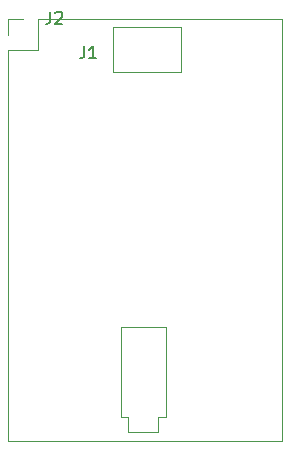
<source format=gbr>
G04 #@! TF.GenerationSoftware,KiCad,Pcbnew,(5.1.5)-3*
G04 #@! TF.CreationDate,2020-05-03T22:18:41-05:00*
G04 #@! TF.ProjectId,SoundAdapter28Pto22P,536f756e-6441-4646-9170-746572323850,rev?*
G04 #@! TF.SameCoordinates,Original*
G04 #@! TF.FileFunction,Legend,Top*
G04 #@! TF.FilePolarity,Positive*
%FSLAX46Y46*%
G04 Gerber Fmt 4.6, Leading zero omitted, Abs format (unit mm)*
G04 Created by KiCad (PCBNEW (5.1.5)-3) date 2020-05-03 22:18:41*
%MOMM*%
%LPD*%
G04 APERTURE LIST*
%ADD10C,0.120000*%
%ADD11C,0.150000*%
G04 APERTURE END LIST*
D10*
X115366501Y-118480501D02*
X138566501Y-118480501D01*
X115366501Y-85400501D02*
X115366501Y-118480501D01*
X138566501Y-82800501D02*
X138566501Y-118480501D01*
X115366501Y-85400501D02*
X117966501Y-85400501D01*
X117966501Y-85400501D02*
X117966501Y-82800501D01*
X117966501Y-82800501D02*
X138566501Y-82800501D01*
X115366501Y-84130501D02*
X115366501Y-82800501D01*
X115366501Y-82800501D02*
X116696501Y-82800501D01*
X124951501Y-108895501D02*
X128761501Y-108895501D01*
X124951501Y-108895501D02*
X124951501Y-116515501D01*
X124951501Y-116515501D02*
X125586501Y-116515501D01*
X125586501Y-116515501D02*
X125586501Y-117785501D01*
X128761501Y-108895501D02*
X128761501Y-116515501D01*
X128126501Y-116515501D02*
X128761501Y-116515501D01*
X128126501Y-116515501D02*
X128126501Y-117785501D01*
X125586501Y-117785501D02*
X128126501Y-117785501D01*
X124316501Y-83495501D02*
X130031501Y-83495501D01*
X130031501Y-83495501D02*
X130031501Y-87305501D01*
X130031501Y-87305501D02*
X124316501Y-87305501D01*
X124316501Y-87305501D02*
X124316501Y-83495501D01*
D11*
X118983166Y-82192880D02*
X118983166Y-82907166D01*
X118935547Y-83050023D01*
X118840309Y-83145261D01*
X118697452Y-83192880D01*
X118602214Y-83192880D01*
X119411738Y-82288119D02*
X119459357Y-82240500D01*
X119554595Y-82192880D01*
X119792690Y-82192880D01*
X119887928Y-82240500D01*
X119935547Y-82288119D01*
X119983166Y-82383357D01*
X119983166Y-82478595D01*
X119935547Y-82621452D01*
X119364119Y-83192880D01*
X119983166Y-83192880D01*
X121840666Y-85113880D02*
X121840666Y-85828166D01*
X121793047Y-85971023D01*
X121697809Y-86066261D01*
X121554952Y-86113880D01*
X121459714Y-86113880D01*
X122840666Y-86113880D02*
X122269238Y-86113880D01*
X122554952Y-86113880D02*
X122554952Y-85113880D01*
X122459714Y-85256738D01*
X122364476Y-85351976D01*
X122269238Y-85399595D01*
M02*

</source>
